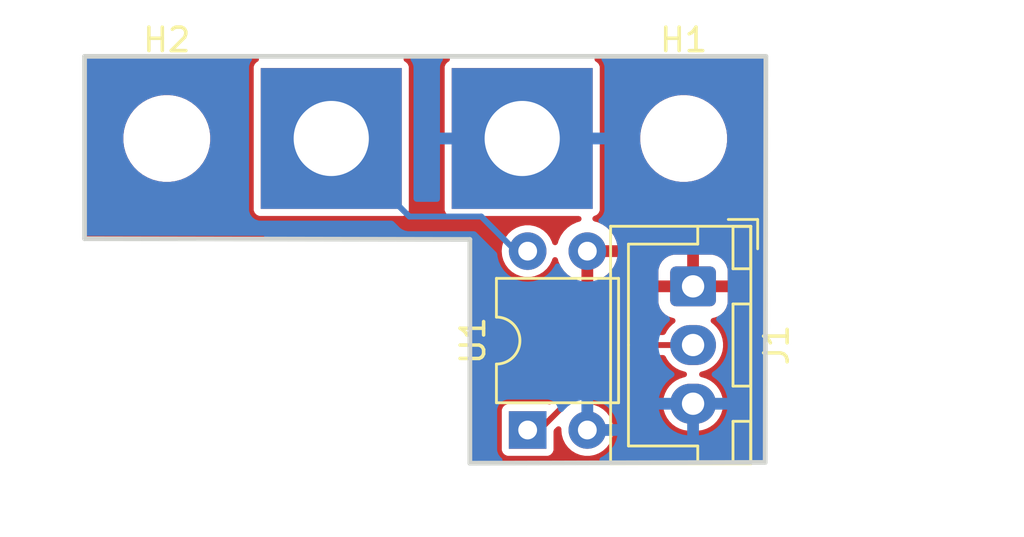
<source format=kicad_pcb>
(kicad_pcb (version 20240108) (generator "pcbnew") (generator_version "8.0")
  (layers (0 "F.Cu" signal) (31 "B.Cu" signal) (34 "B.Paste" user) (35 "F.Paste" user) (36 "B.SilkS" user "B.Silkscreen") (37 "F.SilkS" user "F.Silkscreen") (38 "B.Mask" user) (39 "F.Mask" user) (44 "Edge.Cuts" user))
  (net 0 "")
  (net 1 "+5V")
  (net 2 "Signal")
  (net 3 "GND")
  (net 4 "Net-(R1-Pad1)")
  (footprint "MountingHole:MountingHole_3.2mm_M3" (layer "F.Cu") (at 153.6 113.2)
    (property "Reference" "H2" (at 0 -4.2 0) (layer "F.SilkS"))
    (property "Value" "MountingHole")
    (pad "" np_thru_hole circle (at 0 0) (size 3.2 3.2) (drill 3.2) (layers "*.Cu" "*.Mask"))
  )
  (footprint "Connector_JST:JST_XH_B3B-XH-A_1x03_P2.50mm_Vertical" (layer "F.Cu") (at 176 119.5 -90)
    (property "Reference" "J1" (at 2.5 -3.55 90) (layer "F.SilkS"))
    (property "Value" "Conn_01x03_Socket")
    (fp_line (start -2.56 3.51) (end 7.56 3.51) (stroke (width 0.12)) (layer "F.SilkS"))
    (fp_line (start 7.56 3.51) (end 7.56 -2.46) (stroke (width 0.12)) (layer "F.SilkS"))
    (fp_line (start -1.8 2.75) (end 2.5 2.75) (stroke (width 0.12)) (layer "F.SilkS"))
    (fp_line (start 6.8 2.75) (end 2.5 2.75) (stroke (width 0.12)) (layer "F.SilkS"))
    (fp_line (start -2.55 -0.2) (end -1.8 -0.2) (stroke (width 0.12)) (layer "F.SilkS"))
    (fp_line (start -1.8 -0.2) (end -1.8 2.75) (stroke (width 0.12)) (layer "F.SilkS"))
    (fp_line (start 6.8 -0.2) (end 6.8 2.75) (stroke (width 0.12)) (layer "F.SilkS"))
    (fp_line (start 7.55 -0.2) (end 6.8 -0.2) (stroke (width 0.12)) (layer "F.SilkS"))
    (fp_line (start -2.55 -1.7) (end -0.75 -1.7) (stroke (width 0.12)) (layer "F.SilkS"))
    (fp_line (start -0.75 -1.7) (end -0.75 -2.45) (stroke (width 0.12)) (layer "F.SilkS"))
    (fp_line (start 0.75 -1.7) (end 4.25 -1.7) (stroke (width 0.12)) (layer "F.SilkS"))
    (fp_line (start 4.25 -1.7) (end 4.25 -2.45) (stroke (width 0.12)) (layer "F.SilkS"))
    (fp_line (start 5.75 -1.7) (end 7.55 -1.7) (stroke (width 0.12)) (layer "F.SilkS"))
    (fp_line (start 7.55 -1.7) (end 7.55 -2.45) (stroke (width 0.12)) (layer "F.SilkS"))
    (fp_line (start -2.55 -2.45) (end -2.55 -1.7) (stroke (width 0.12)) (layer "F.SilkS"))
    (fp_line (start -0.75 -2.45) (end -2.55 -2.45) (stroke (width 0.12)) (layer "F.SilkS"))
    (fp_line (start 0.75 -2.45) (end 0.75 -1.7) (stroke (width 0.12)) (layer "F.SilkS"))
    (fp_line (start 4.25 -2.45) (end 0.75 -2.45) (stroke (width 0.12)) (layer "F.SilkS"))
    (fp_line (start 5.75 -2.45) (end 5.75 -1.7) (stroke (width 0.12)) (layer "F.SilkS"))
    (fp_line (start 7.55 -2.45) (end 5.75 -2.45) (stroke (width 0.12)) (layer "F.SilkS"))
    (fp_line (start -2.56 -2.46) (end -2.56 3.51) (stroke (width 0.12)) (layer "F.SilkS"))
    (fp_line (start 7.56 -2.46) (end -2.56 -2.46) (stroke (width 0.12)) (layer "F.SilkS"))
    (fp_line (start -2.85 -2.75) (end -2.85 -1.5) (stroke (width 0.12)) (layer "F.SilkS"))
    (fp_line (start -1.6 -2.75) (end -2.85 -2.75) (stroke (width 0.12)) (layer "F.SilkS"))
    (pad "1" thru_hole roundrect (at 0 0 270) (size 1.7 1.95) (drill 0.95) (layers "*.Cu" "*.Mask") (roundrect_rratio 0.147059) (net 1 "+5V"))
    (pad "2" thru_hole oval (at 2.5 0 270) (size 1.7 1.95) (drill 0.95) (layers "*.Cu" "*.Mask") (net 2 "Signal"))
    (pad "3" thru_hole oval (at 5 0 270) (size 1.7 1.95) (drill 0.95) (layers "*.Cu" "*.Mask") (net 3 "GND"))
  )
  (footprint "Resistor_SMD:wireconnector" (layer "F.Cu") (at 160.6 113.2)
    (property "Reference" "R1" (at 0 -0.5 0) (layer "F.SilkS") (effects (font (thickness 0.1))))
    (property "Value" "R")
    (pad "1" thru_hole rect (at 0 0) (size 6 6) (drill 3.2) (layers "*.Cu" "*.Mask") (net 4 "Net-(R1-Pad1)"))
    (pad "2" thru_hole rect (at 8.128 0) (size 6 6) (drill 3.2) (layers "*.Cu" "*.Mask") (net 3 "GND"))
  )
  (footprint "Package_DIP:DIP-4_W7.62mm" (layer "F.Cu") (at 168.96 125.62 90)
    (property "Reference" "U1" (at 3.81 -2.33 -90) (layer "F.SilkS"))
    (property "Value" "TLP222A")
    (fp_line (start 6.46 -1.33) (end 4.81 -1.33) (stroke (width 0.12)) (layer "F.SilkS"))
    (fp_line (start 2.81 -1.33) (end 1.16 -1.33) (stroke (width 0.12)) (layer "F.SilkS"))
    (fp_line (start 1.16 -1.33) (end 1.16 3.87) (stroke (width 0.12)) (layer "F.SilkS"))
    (fp_line (start 6.46 3.87) (end 6.46 -1.33) (stroke (width 0.12)) (layer "F.SilkS"))
    (fp_line (start 1.16 3.87) (end 6.46 3.87) (stroke (width 0.12)) (layer "F.SilkS"))
    (fp_arc (start 4.81 -1.33) (mid 3.81 -0.33) (end 2.81 -1.33) (stroke (width 0.12)) (layer "F.SilkS"))
    (pad "1" thru_hole rect (at 0 0 90) (size 1.6 1.6) (drill 0.8) (layers "*.Cu" "*.Mask") (net 2 "Signal"))
    (pad "2" thru_hole oval (at 0 2.54 90) (size 1.6 1.6) (drill 0.8) (layers "*.Cu" "*.Mask") (net 3 "GND"))
    (pad "3" thru_hole oval (at 7.62 2.54 90) (size 1.6 1.6) (drill 0.8) (layers "*.Cu" "*.Mask") (net 1 "+5V"))
    (pad "4" thru_hole oval (at 7.62 0 90) (size 1.6 1.6) (drill 0.8) (layers "*.Cu" "*.Mask") (net 4 "Net-(R1-Pad1)"))
  )
  (footprint "MountingHole:MountingHole_3.2mm_M3" (layer "F.Cu") (at 175.6 113.2)
    (property "Reference" "H1" (at 0 -4.2 0) (layer "F.SilkS"))
    (property "Value" "MountingHole")
    (pad "" np_thru_hole circle (at 0 0) (size 3.2 3.2) (drill 3.2) (layers "*.Cu" "*.Mask"))
  )
  (gr_line (start 179.1 109.7) (end 150.1 109.7) (stroke (width 0.2)) (layer "Edge.Cuts"))
  (gr_line (start 166.5 127.034) (end 179.07 127) (stroke (width 0.2)) (layer "Edge.Cuts"))
  (gr_line (start 166.5 117.5) (end 166.5 127.034) (stroke (width 0.2)) (layer "Edge.Cuts"))
  (gr_line (start 179.07 127) (end 179.1 109.7) (stroke (width 0.2)) (layer "Edge.Cuts"))
  (gr_line (start 150.1 117.47) (end 150.1 109.7) (stroke (width 0.2)) (layer "Edge.Cuts"))
  (gr_line (start 150.1 117.47) (end 166.5 117.5) (stroke (width 0.2)) (layer "Edge.Cuts"))
  (segment (start 173.08 122) (end 176 122) (width 0.25) (layer "F.Cu") (net 2))
  (segment (start 173.08 122) (end 168.96 126.12) (width 0.25) (layer "F.Cu") (net 2))
  (segment (start 160.6 113.2) (end 161.9 113.2) (width 0.7) (layer "F.Cu") (net 4))
  (segment (start 168.96 118.5) (end 166.985 116.525) (width 0.25) (layer "B.Cu") (net 4))
  (segment (start 163.925 116.525) (end 160.6 113.2) (width 0.25) (layer "B.Cu") (net 4))
  (segment (start 166.985 116.525) (end 163.925 116.525) (width 0.25) (layer "B.Cu") (net 4))
  (zone (net 1) (net_name "+5V") (layer "F.Cu") (connect_pads (clearance 0.3)) (min_thickness 0.25) (fill yes (thermal_gap 0.5) (thermal_bridge_width 0.5))
    (polygon (pts (xy 189.8 115.6) (xy 190.1 107.3) (xy 146.5 107.9) (xy 148.5 130.2) (xy 183.9 127.7) (xy 189.9 115.5)))
  )
  (zone (net 3) (net_name "GND") (layer "B.Cu") (priority 1) (connect_pads (clearance 0.5)) (min_thickness 0.25) (fill yes (thermal_gap 0.5) (thermal_bridge_width 0.5))
    (polygon (pts (xy 180.086 108.966) (xy 149.352 108.712) (xy 149.606 117.348) (xy 157.734 117.348) (xy 164 130) (xy 179.832 128.5)))
  )
)
</source>
